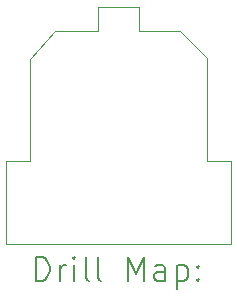
<source format=gbr>
%FSLAX45Y45*%
G04 Gerber Fmt 4.5, Leading zero omitted, Abs format (unit mm)*
G04 Created by KiCad (PCBNEW (6.0.0)) date 2021-12-31 14:26:19*
%MOMM*%
%LPD*%
G01*
G04 APERTURE LIST*
%TA.AperFunction,Profile*%
%ADD10C,0.100000*%
%TD*%
%ADD11C,0.200000*%
G04 APERTURE END LIST*
D10*
X11354000Y-7325750D02*
X11154000Y-7325750D01*
X11154000Y-6455750D02*
X11154000Y-7325750D01*
X10574000Y-6225750D02*
X10924000Y-6225750D01*
X10234000Y-6225750D02*
X10234000Y-6025750D01*
X10234000Y-6225750D02*
X9864000Y-6225750D01*
X10574000Y-6025750D02*
X10574000Y-6225750D01*
X9654000Y-6465750D02*
X9654000Y-7325750D01*
X9454000Y-8025750D02*
X11354000Y-8025750D01*
X9454000Y-7325750D02*
X9654000Y-7325750D01*
X11354000Y-8025750D02*
X11354000Y-7325750D01*
X9454000Y-8025750D02*
X9454000Y-7325750D01*
X10234000Y-6025750D02*
X10574000Y-6025750D01*
X10924000Y-6225750D02*
X11154000Y-6455750D01*
X9864000Y-6225750D02*
X9654000Y-6465750D01*
D11*
X9706619Y-8341226D02*
X9706619Y-8141226D01*
X9754238Y-8141226D01*
X9782810Y-8150750D01*
X9801857Y-8169798D01*
X9811381Y-8188845D01*
X9820905Y-8226940D01*
X9820905Y-8255512D01*
X9811381Y-8293607D01*
X9801857Y-8312655D01*
X9782810Y-8331702D01*
X9754238Y-8341226D01*
X9706619Y-8341226D01*
X9906619Y-8341226D02*
X9906619Y-8207893D01*
X9906619Y-8245988D02*
X9916143Y-8226940D01*
X9925667Y-8217417D01*
X9944714Y-8207893D01*
X9963762Y-8207893D01*
X10030429Y-8341226D02*
X10030429Y-8207893D01*
X10030429Y-8141226D02*
X10020905Y-8150750D01*
X10030429Y-8160274D01*
X10039952Y-8150750D01*
X10030429Y-8141226D01*
X10030429Y-8160274D01*
X10154238Y-8341226D02*
X10135190Y-8331702D01*
X10125667Y-8312655D01*
X10125667Y-8141226D01*
X10259000Y-8341226D02*
X10239952Y-8331702D01*
X10230429Y-8312655D01*
X10230429Y-8141226D01*
X10487571Y-8341226D02*
X10487571Y-8141226D01*
X10554238Y-8284083D01*
X10620905Y-8141226D01*
X10620905Y-8341226D01*
X10801857Y-8341226D02*
X10801857Y-8236464D01*
X10792333Y-8217417D01*
X10773286Y-8207893D01*
X10735190Y-8207893D01*
X10716143Y-8217417D01*
X10801857Y-8331702D02*
X10782810Y-8341226D01*
X10735190Y-8341226D01*
X10716143Y-8331702D01*
X10706619Y-8312655D01*
X10706619Y-8293607D01*
X10716143Y-8274559D01*
X10735190Y-8265036D01*
X10782810Y-8265036D01*
X10801857Y-8255512D01*
X10897095Y-8207893D02*
X10897095Y-8407893D01*
X10897095Y-8217417D02*
X10916143Y-8207893D01*
X10954238Y-8207893D01*
X10973286Y-8217417D01*
X10982810Y-8226940D01*
X10992333Y-8245988D01*
X10992333Y-8303131D01*
X10982810Y-8322178D01*
X10973286Y-8331702D01*
X10954238Y-8341226D01*
X10916143Y-8341226D01*
X10897095Y-8331702D01*
X11078048Y-8322178D02*
X11087571Y-8331702D01*
X11078048Y-8341226D01*
X11068524Y-8331702D01*
X11078048Y-8322178D01*
X11078048Y-8341226D01*
X11078048Y-8217417D02*
X11087571Y-8226940D01*
X11078048Y-8236464D01*
X11068524Y-8226940D01*
X11078048Y-8217417D01*
X11078048Y-8236464D01*
M02*

</source>
